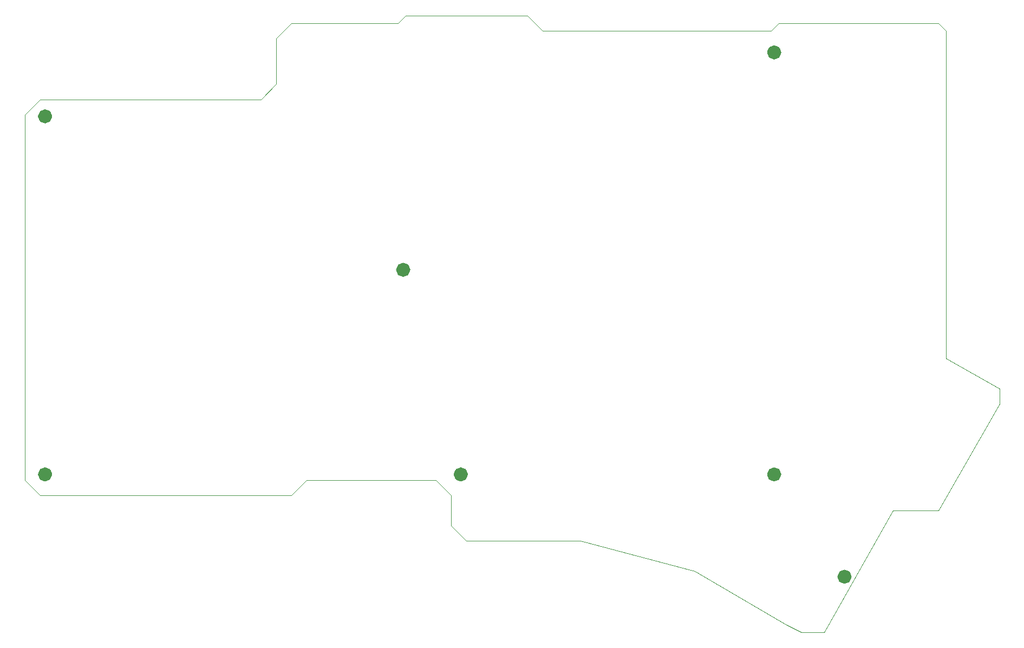
<source format=gm1>
G04 #@! TF.GenerationSoftware,KiCad,Pcbnew,8.0.4*
G04 #@! TF.CreationDate,2024-09-23T05:23:03+03:00*
G04 #@! TF.ProjectId,muikku42,6d75696b-6b75-4343-922e-6b696361645f,rev?*
G04 #@! TF.SameCoordinates,Original*
G04 #@! TF.FileFunction,Profile,NP*
%FSLAX46Y46*%
G04 Gerber Fmt 4.6, Leading zero omitted, Abs format (unit mm)*
G04 Created by KiCad (PCBNEW 8.0.4) date 2024-09-23 05:23:03*
%MOMM*%
%LPD*%
G01*
G04 APERTURE LIST*
G04 #@! TA.AperFunction,Profile*
%ADD10C,0.100000*%
G04 #@! TD*
G04 #@! TA.AperFunction,Profile*
%ADD11C,1.125000*%
G04 #@! TD*
G04 #@! TA.AperFunction,Profile*
%ADD12C,1.125001*%
G04 #@! TD*
G04 APERTURE END LIST*
D10*
X154781250Y-47625000D02*
X190500000Y-47625000D01*
X191690625Y-46434375D01*
X216693750Y-46434375D01*
X217884375Y-47625000D01*
X217884375Y-98821875D01*
X226218750Y-103584375D01*
X226218750Y-105965625D01*
X216693750Y-122634375D01*
X209550000Y-122634375D01*
X198834375Y-141684375D01*
X195262500Y-141684375D01*
X192881250Y-140493750D01*
X178593750Y-132159375D01*
X160734375Y-127396875D01*
X142875000Y-127396875D01*
X140493750Y-125015625D01*
X140493750Y-120253125D01*
X138112500Y-117871875D01*
X117871875Y-117871875D01*
X115490625Y-120253125D01*
X113109375Y-120253125D01*
X111918750Y-120253125D01*
X76200000Y-120253125D01*
X73818750Y-117871875D01*
X73818750Y-60721875D01*
X76200000Y-58340625D01*
X110728125Y-58340625D01*
X113109375Y-55959375D01*
X113109375Y-48815625D01*
X115490625Y-46434375D01*
X132159375Y-46434375D01*
X133350000Y-45243750D01*
X152400000Y-45243750D01*
X154781250Y-47625000D01*
G04 #@! TO.C,REF\u002A\u002A*
D11*
X142562500Y-117000000D02*
G75*
G02*
X141437500Y-117000000I-562500J0D01*
G01*
X141437500Y-117000000D02*
G75*
G02*
X142562500Y-117000000I562500J0D01*
G01*
X202562500Y-133000000D02*
G75*
G02*
X201437500Y-133000000I-562500J0D01*
G01*
X201437500Y-133000000D02*
G75*
G02*
X202562500Y-133000000I562500J0D01*
G01*
X191562500Y-117000000D02*
G75*
G02*
X190437500Y-117000000I-562500J0D01*
G01*
X190437500Y-117000000D02*
G75*
G02*
X191562500Y-117000000I562500J0D01*
G01*
D12*
X77562500Y-117000000D02*
G75*
G02*
X76437500Y-117000000I-562500J0D01*
G01*
X76437500Y-117000000D02*
G75*
G02*
X77562500Y-117000000I562500J0D01*
G01*
D11*
X191562500Y-51000000D02*
G75*
G02*
X190437500Y-51000000I-562500J0D01*
G01*
X190437500Y-51000000D02*
G75*
G02*
X191562500Y-51000000I562500J0D01*
G01*
X77562500Y-61000000D02*
G75*
G02*
X76437500Y-61000000I-562500J0D01*
G01*
X76437500Y-61000000D02*
G75*
G02*
X77562500Y-61000000I562500J0D01*
G01*
X133562500Y-85000000D02*
G75*
G02*
X132437500Y-85000000I-562500J0D01*
G01*
X132437500Y-85000000D02*
G75*
G02*
X133562500Y-85000000I562500J0D01*
G01*
G04 #@! TD*
M02*

</source>
